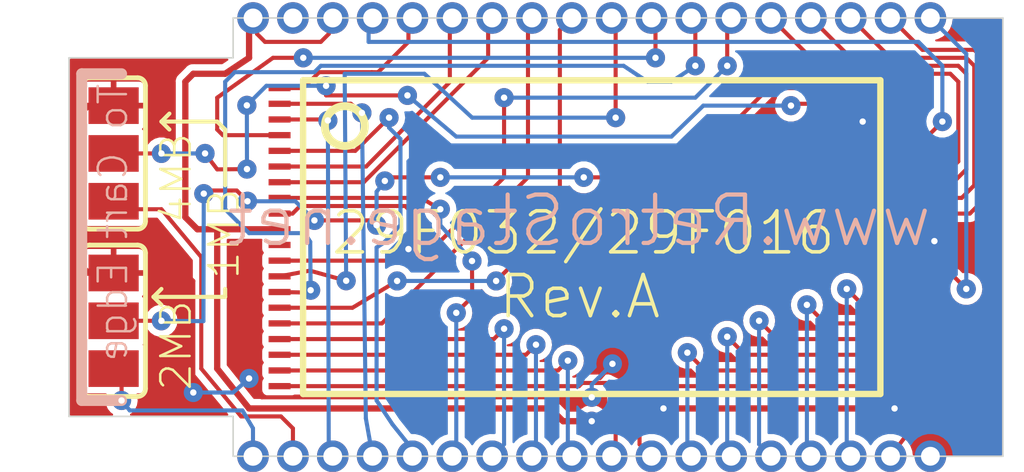
<source format=kicad_pcb>
(kicad_pcb (version 20211014) (generator pcbnew)
  (layers (0 "F.Cu" signal) (31 "B.Cu" signal) (34 "B.Paste" user) (35 "F.Paste" user) (36 "B.SilkS" user "B.Silkscreen") (37 "F.SilkS" user "F.Silkscreen") (38 "B.Mask" user) (39 "F.Mask" user) (44 "Edge.Cuts" user))
  (net 0 "")
  (net 1 "S$1")
  (net 2 "VCC")
  (net 3 "OE")
  (net 4 "A19")
  (net 5 "A14")
  (net 6 "A13")
  (net 7 "A8")
  (net 8 "A9")
  (net 9 "A11")
  (net 10 "A16")
  (net 11 "A10")
  (net 12 "CE")
  (net 13 "D7")
  (net 14 "D6")
  (net 15 "D5")
  (net 16 "D4")
  (net 17 "A18")
  (net 18 "A15")
  (net 19 "A12")
  (net 20 "A7")
  (net 21 "A6")
  (net 22 "A5")
  (net 23 "A4")
  (net 24 "A3")
  (net 25 "A2")
  (net 26 "A1")
  (net 27 "A0")
  (net 28 "D0")
  (net 29 "D1")
  (net 30 "D2")
  (net 31 "D3")
  (net 32 "GND")
  (net 33 "N$37")
  (net 34 "N$38")
  (net 35 "A20")
  (net 36 "A17")
  (net 37 "A21")
  (footprint "40-TSOP" (layer "F.Cu") (at 150.2791 105.0036)
    (fp_text reference "U$1" hide)
    (fp_text value "AM29F032B-E" hide)
    (fp_line (start 9.2 5) (end -9.2 5) (layer "F.SilkS") (width 0.2032))
    (fp_line (start -9.2 -5) (end 9.2 -5) (layer "F.SilkS") (width 0.2032))
    (fp_line (start 9.2 -5) (end 9.2 5) (layer "F.SilkS") (width 0.2032))
    (fp_line (start -9.2 5) (end -9.2 -5) (layer "F.SilkS") (width 0.2032))
    (fp_circle (center -7.87 -3.54) (end -7.235 -3.54) (layer "F.SilkS") (width 0.254) (fill none))
    (pad "1" smd rect (at -9.95 -4.75) (size 0.7 0.2) (layers "F.Cu" "F.Paste" "F.Mask") (net 4 "A19"))
    (pad "2" smd rect (at -9.95 -4.25) (size 0.7 0.2) (layers "F.Cu" "F.Paste" "F.Mask") (net 17 "A18"))
    (pad "3" smd rect (at -9.95 -3.75) (size 0.7 0.2) (layers "F.Cu" "F.Paste" "F.Mask") (net 36 "A17"))
    (pad "4" smd rect (at -9.95 -3.25) (size 0.7 0.2) (layers "F.Cu" "F.Paste" "F.Mask") (net 10 "A16"))
    (pad "5" smd rect (at -9.95 -2.75) (size 0.7 0.2) (layers "F.Cu" "F.Paste" "F.Mask") (net 18 "A15"))
    (pad "6" smd rect (at -9.95 -2.25) (size 0.7 0.2) (layers "F.Cu" "F.Paste" "F.Mask") (net 5 "A14"))
    (pad "7" smd rect (at -9.95 -1.75) (size 0.7 0.2) (layers "F.Cu" "F.Paste" "F.Mask") (net 6 "A13"))
    (pad "8" smd rect (at -9.95 -1.25) (size 0.7 0.2) (layers "F.Cu" "F.Paste" "F.Mask") (net 19 "A12"))
    (pad "9" smd rect (at -9.95 -0.75) (size 0.7 0.2) (layers "F.Cu" "F.Paste" "F.Mask") (net 12 "CE"))
    (pad "10" smd rect (at -9.95 -0.25) (size 0.7 0.2) (layers "F.Cu" "F.Paste" "F.Mask") (net 2 "VCC"))
    (pad "11" smd rect (at -9.95 0.25) (size 0.7 0.2) (layers "F.Cu" "F.Paste" "F.Mask"))
    (pad "12" smd rect (at -9.95 0.75) (size 0.7 0.2) (layers "F.Cu" "F.Paste" "F.Mask") (net 2 "VCC"))
    (pad "13" smd rect (at -9.95 1.25) (size 0.7 0.2) (layers "F.Cu" "F.Paste" "F.Mask") (net 9 "A11"))
    (pad "14" smd rect (at -9.95 1.75) (size 0.7 0.2) (layers "F.Cu" "F.Paste" "F.Mask") (net 11 "A10"))
    (pad "15" smd rect (at -9.95 2.25) (size 0.7 0.2) (layers "F.Cu" "F.Paste" "F.Mask") (net 8 "A9"))
    (pad "16" smd rect (at -9.95 2.75) (size 0.7 0.2) (layers "F.Cu" "F.Paste" "F.Mask") (net 7 "A8"))
    (pad "17" smd rect (at -9.95 3.25 180) (size 0.7 0.2) (layers "F.Cu" "F.Paste" "F.Mask") (net 20 "A7"))
    (pad "18" smd rect (at -9.95 3.75 180) (size 0.7 0.2) (layers "F.Cu" "F.Paste" "F.Mask") (net 21 "A6"))
    (pad "19" smd rect (at -9.95 4.25 180) (size 0.7 0.2) (layers "F.Cu" "F.Paste" "F.Mask") (net 22 "A5"))
    (pad "20" smd rect (at -9.95 4.75 180) (size 0.7 0.2) (layers "F.Cu" "F.Paste" "F.Mask") (net 23 "A4"))
    (pad "21" smd rect (at 9.95 4.75) (size 0.7 0.2) (layers "F.Cu" "F.Paste" "F.Mask") (net 24 "A3"))
    (pad "22" smd rect (at 9.95 4.25) (size 0.7 0.2) (layers "F.Cu" "F.Paste" "F.Mask") (net 25 "A2"))
    (pad "23" smd rect (at 9.95 3.75) (size 0.7 0.2) (layers "F.Cu" "F.Paste" "F.Mask") (net 26 "A1"))
    (pad "24" smd rect (at 9.95 3.25) (size 0.7 0.2) (layers "F.Cu" "F.Paste" "F.Mask") (net 27 "A0"))
    (pad "25" smd rect (at 9.95 2.75) (size 0.7 0.2) (layers "F.Cu" "F.Paste" "F.Mask") (net 28 "D0"))
    (pad "26" smd rect (at 9.95 2.25) (size 0.7 0.2) (layers "F.Cu" "F.Paste" "F.Mask") (net 29 "D1"))
    (pad "27" smd rect (at 9.95 1.75) (size 0.7 0.2) (layers "F.Cu" "F.Paste" "F.Mask") (net 30 "D2"))
    (pad "28" smd rect (at 9.95 1.25) (size 0.7 0.2) (layers "F.Cu" "F.Paste" "F.Mask") (net 31 "D3"))
    (pad "29" smd rect (at 9.95 0.75) (size 0.7 0.2) (layers "F.Cu" "F.Paste" "F.Mask") (net 32 "GND"))
    (pad "30" smd rect (at 9.95 0.25) (size 0.7 0.2) (layers "F.Cu" "F.Paste" "F.Mask") (net 32 "GND"))
    (pad "31" smd rect (at 9.95 -0.25) (size 0.7 0.2) (layers "F.Cu" "F.Paste" "F.Mask") (net 2 "VCC"))
    (pad "32" smd rect (at 9.95 -0.75) (size 0.7 0.2) (layers "F.Cu" "F.Paste" "F.Mask") (net 16 "D4"))
    (pad "33" smd rect (at 9.95 -1.25) (size 0.7 0.2) (layers "F.Cu" "F.Paste" "F.Mask") (net 15 "D5"))
    (pad "34" smd rect (at 9.95 -1.75) (size 0.7 0.2) (layers "F.Cu" "F.Paste" "F.Mask") (net 14 "D6"))
    (pad "35" smd rect (at 9.95 -2.25) (size 0.7 0.2) (layers "F.Cu" "F.Paste" "F.Mask") (net 13 "D7"))
    (pad "36" smd rect (at 9.95 -2.75) (size 0.7 0.2) (layers "F.Cu" "F.Paste" "F.Mask"))
    (pad "37" smd rect (at 9.95 -3.25) (size 0.7 0.2) (layers "F.Cu" "F.Paste" "F.Mask") (net 3 "OE"))
    (pad "38" smd rect (at 9.95 -3.75) (size 0.7 0.2) (layers "F.Cu" "F.Paste" "F.Mask") (net 2 "VCC"))
    (pad "39" smd rect (at 9.95 -4.25) (size 0.7 0.2) (layers "F.Cu" "F.Paste" "F.Mask") (net 33 "N$37"))
    (pad "40" smd rect (at 9.95 -4.75) (size 0.7 0.2) (layers "F.Cu" "F.Paste" "F.Mask") (net 34 "N$38"))
  )
  (footprint "SJ_2" (layer "F.Cu") (at 135.0391 102.3366 90)
    (fp_text reference "UNK21" hide)
    (fp_text value "")
    (fp_line (start -2.413 0.762) (end -2.413 -0.762) (layer "F.SilkS") (width 0.1524))
    (fp_line (start 2.159 1.016) (end -2.159 1.016) (layer "F.SilkS") (width 0.1524))
    (fp_line (start -2.159 -1.016) (end 2.159 -1.016) (layer "F.SilkS") (width 0.1524))
    (fp_line (start 2.413 0.762) (end 2.413 -0.762) (layer "F.SilkS") (width 0.1524))
    (fp_arc (start 2.159 -1.016) (mid 2.338605 -0.941605) (end 2.413 -0.762) (layer "F.SilkS") (width 0.1524))
    (fp_arc (start 2.413 0.762) (mid 2.338605 0.941605) (end 2.159 1.016) (layer "F.SilkS") (width 0.1524))
    (fp_arc (start -2.413 -0.762) (mid -2.338605 -0.941605) (end -2.159 -1.016) (layer "F.SilkS") (width 0.1524))
    (fp_arc (start -2.159 1.016) (mid -2.338605 0.941605) (end -2.413 0.762) (layer "F.SilkS") (width 0.1524))
    (pad "1" smd rect (at -1.524 0 90) (size 1.1684 1.6002) (layers "F.Cu" "F.Paste" "F.Mask") (net 37 "A21"))
    (pad "2" smd rect (at 0 0 90) (size 1.1684 1.6002) (layers "F.Cu" "F.Paste" "F.Mask") (net 33 "N$37"))
    (pad "3" smd rect (at 1.524 0 90) (size 1.1684 1.6002) (layers "F.Cu" "F.Paste" "F.Mask") (net 32 "GND"))
  )
  (footprint "SJ_2" (layer "F.Cu") (at 135.0391 107.6706 90)
    (fp_text reference "UNK20" hide)
    (fp_text value "")
    (fp_line (start -2.159 -1.016) (end 2.159 -1.016) (layer "F.SilkS") (width 0.1524))
    (fp_line (start -2.413 0.762) (end -2.413 -0.762) (layer "F.SilkS") (width 0.1524))
    (fp_line (start 2.413 0.762) (end 2.413 -0.762) (layer "F.SilkS") (width 0.1524))
    (fp_line (start 2.159 1.016) (end -2.159 1.016) (layer "F.SilkS") (width 0.1524))
    (fp_arc (start 2.159 -1.016) (mid 2.338605 -0.941605) (end 2.413 -0.762) (layer "F.SilkS") (width 0.1524))
    (fp_arc (start -2.413 -0.762) (mid -2.338605 -0.941605) (end -2.159 -1.016) (layer "F.SilkS") (width 0.1524))
    (fp_arc (start 2.413 0.762) (mid 2.338605 0.941605) (end 2.159 1.016) (layer "F.SilkS") (width 0.1524))
    (fp_arc (start -2.159 1.016) (mid -2.338605 0.941605) (end -2.413 0.762) (layer "F.SilkS") (width 0.1524))
    (pad "1" smd rect (at -1.524 0 90) (size 1.1684 1.6002) (layers "F.Cu" "F.Paste" "F.Mask") (net 35 "A20"))
    (pad "2" smd rect (at 0 0 90) (size 1.1684 1.6002) (layers "F.Cu" "F.Paste" "F.Mask") (net 34 "N$38"))
    (pad "3" smd rect (at 1.524 0 90) (size 1.1684 1.6002) (layers "F.Cu" "F.Paste" "F.Mask") (net 32 "GND"))
  )
  (gr_line (start 134.0231 99.7966) (end 135.2931 99.7966) (layer "B.SilkS") (width 0.35))
  (gr_line (start 134.0231 110.2106) (end 135.2931 110.2106) (layer "B.SilkS") (width 0.35))
  (gr_line (start 134.0231 99.7966) (end 134.0231 110.2106) (layer "B.SilkS") (width 0.35))
  (gr_line (start 138.5951 103.3526) (end 138.5951 101.5746) (layer "F.SilkS") (width 0.13))
  (gr_line (start 138.3411 101.3206) (end 136.5631 101.3206) (layer "F.SilkS") (width 0.13))
  (gr_line (start 136.5631 101.3206) (end 136.8171 101.5746) (layer "F.SilkS") (width 0.13))
  (gr_line (start 136.3091 106.9086) (end 136.5631 106.6546) (layer "F.SilkS") (width 0.13))
  (gr_line (start 138.5951 101.5746) (end 138.3411 101.3206) (layer "F.SilkS") (width 0.13))
  (gr_line (start 136.5631 101.3206) (end 136.8171 101.0666) (layer "F.SilkS") (width 0.13))
  (gr_line (start 138.5951 106.9086) (end 136.3091 106.9086) (layer "F.SilkS") (width 0.13))
  (gr_line (start 138.5951 106.6546) (end 138.5951 106.9086) (layer "F.SilkS") (width 0.13))
  (gr_line (start 136.3091 106.9086) (end 136.5631 107.1626) (layer "F.SilkS") (width 0.13))
  (gr_line (start 138.8491 110.7186) (end 133.6167 110.7186) (layer "Edge.Cuts") (width 0.05))
  (gr_line (start 163.3855 98.0186) (end 163.3855 111.9886) (layer "Edge.Cuts") (width 0.05))
  (gr_line (start 133.6167 99.2886) (end 138.8491 99.2886) (layer "Edge.Cuts") (width 0.05))
  (gr_line (start 138.8491 98.0186) (end 163.3855 98.0186) (layer "Edge.Cuts") (width 0.05))
  (gr_line (start 138.8491 99.2886) (end 138.8491 98.0186) (layer "Edge.Cuts") (width 0.05))
  (gr_line (start 138.8491 111.9886) (end 163.3855 111.9886) (layer "Edge.Cuts") (width 0.05))
  (gr_line (start 138.8491 111.9886) (end 138.8491 110.7186) (layer "Edge.Cuts") (width 0.05))
  (gr_line (start 133.6167 99.2886) (end 133.6167 110.7186) (layer "Edge.Cuts") (width 0.05))
  (gr_text "To Cart Edge" (at 135.5471 100.0506 -270) (layer "B.SilkS") (effects (font (size 0.9016 0.9016) (thickness 0.0784)) (justify left bottom mirror)))
  (gr_text "www.RetroStage.net" (at 161.2011 105.3846) (layer "B.SilkS") (effects (font (size 1.542288 1.542288) (thickness 0.134112)) (justify left bottom mirror)))
  (gr_text "4MB" (at 137.5791 104.6226 90) (layer "F.SilkS") (effects (font (size 0.93472 0.93472) (thickness 0.08128)) (justify left bottom)))
  (gr_text "2MB" (at 137.5791 109.9566 90) (layer "F.SilkS") (effects (font (size 0.93472 0.93472) (thickness 0.08128)) (justify left bottom)))
  (gr_text "1MB" (at 139.1031 106.4006 90) (layer "F.SilkS") (effects (font (size 0.93472 0.93472) (thickness 0.08128)) (justify left bottom)))
  (gr_text "Rev.A" (at 147.2311 107.6706) (layer "F.SilkS") (effects (font (size 1.308608 1.308608) (thickness 0.113792)) (justify left bottom)))
  (gr_text "29F032/29F016" (at 141.8971 105.6386) (layer "F.SilkS") (effects (font (size 1.308608 1.308608) (thickness 0.113792)) (justify left bottom)))
  (via (at 140.7541 98.0186) (size 1.0064) (drill 0.6) (layers "F.Cu" "B.Cu") (net 1))
  (segment (start 158.9151 101.3206) (end 160.1621 101.3206) (width 0.13) (layer "F.Cu") (net 2))
  (segment (start 141.8971 98.5266) (end 141.8971 98.1456) (width 0.13) (layer "F.Cu") (net 2))
  (segment (start 139.4841 98.1456) (end 139.6111 98.2726) (width 0.2) (layer "F.Cu") (net 2))
  (segment (start 139.3571 98.1456) (end 139.4841 98.0186) (width 0.13) (layer "F.Cu") (net 2))
  (segment (start 139.3571 110.4646) (end 148.9583 110.4646) (width 0.2) (layer "F.Cu") (net 2))
  (segment (start 137.7101 104.7536) (end 137.3251 104.3686) (width 0.2) (layer "F.Cu") (net 2))
  (segment (start 138.3411 104.7536) (end 137.7101 104.7536) (width 0.2) (layer "F.Cu") (net 2))
  (segment (start 137.5791 99.7966) (end 138.5951 99.7966) (width 0.2) (layer "F.Cu") (net 2))
  (segment (start 144.0681 105.7536) (end 144.4371 105.3846) (width 0.13) (layer "F.Cu") (net 2))
  (segment (start 137.3251 100.0506) (end 137.5791 99.7966) (width 0.2) (layer "F.Cu") (net 2))
  (segment (start 139.3571 99.2886) (end 139.3571 98.1456) (width 0.2) (layer "F.Cu") (net 2))
  (segment (start 139.8651 98.7806) (end 141.6431 98.7806) (width 0.13) (layer "F.Cu") (net 2))
  (segment (start 160.1621 101.3206) (end 160.2291 101.2536) (width 0.13) (layer "F.Cu") (net 2))
  (segment (start 149.3647 110.871) (end 150.2791 110.871) (width 0.2) (layer "F.Cu") (net 2))
  (segment (start 160.5701 104.7536) (end 161.2011 105.1306) (width 0.13) (layer "F.Cu") (net 2))
  (segment (start 140.3291 104.7536) (end 138.3411 104.7536) (width 0.2) (layer "F.Cu") (net 2))
  (segment (start 159.9311 110.4646) (end 152.5651 110.4646) (width 0.2) (layer "F.Cu") (net 2))
  (segment (start 141.8971 98.1456) (end 142.0241 98.0186) (width 0.13) (layer "F.Cu") (net 2))
  (segment (start 139.3571 110.4646) (end 138.3411 109.1946) (width 0.2) (layer "F.Cu") (net 2))
  (segment (start 137.3251 104.3686) (end 137.3251 100.0506) (width 0.2) (layer "F.Cu") (net 2))
  (segment (start 160.2291 104.7536) (end 160.5701 104.7536) (width 0.13) (layer "F.Cu") (net 2))
  (segment (start 139.4841 98.0186) (end 139.4841 98.1456) (width 0.13) (layer "F.Cu") (net 2))
  (segment (start 138.5951 99.7966) (end 139.3571 99.2886) (width 0.2) (layer "F.Cu") (net 2))
  (segment (start 139.6111 98.2726) (end 139.6111 98.5266) (width 0.13) (layer "F.Cu") (net 2))
  (segment (start 139.6111 98.5266) (end 139.8651 98.7806) (width 0.13) (layer "F.Cu") (net 2))
  (segment (start 140.3291 105.7536) (end 144.0681 105.7536) (width 0.13) (layer "F.Cu") (net 2))
  (segment (start 141.6431 98.7806) (end 141.8971 98.5266) (width 0.13) (layer "F.Cu") (net 2))
  (segment (start 148.9583 110.4646) (end 149.3647 110.871) (width 0.2) (layer "F.Cu") (net 2))
  (segment (start 138.3411 109.1946) (end 138.3411 104.7536) (width 0.2) (layer "F.Cu") (net 2))
  (via (at 158.9151 101.3206) (size 0.6096) (drill 0.2032) (layers "F.Cu" "B.Cu") (net 2))
  (via (at 152.5651 110.4646) (size 0.6096) (drill 0.2032) (layers "F.Cu" "B.Cu") (net 2))
  (via (at 139.4841 98.0186) (size 1.0064) (drill 0.6) (layers "F.Cu" "B.Cu") (net 2))
  (via (at 150.2791 110.871) (size 0.6096) (drill 0.2032) (layers "F.Cu" "B.Cu") (net 2))
  (via (at 161.2011 105.1306) (size 0.6096) (drill 0.2032) (layers "F.Cu" "B.Cu") (net 2))
  (via (at 159.9311 110.4646) (size 0.6096) (drill 0.2032) (layers "F.Cu" "B.Cu") (net 2))
  (via (at 142.0241 98.0186) (size 1.0064) (drill 0.6) (layers "F.Cu" "B.Cu") (net 2))
  (via (at 144.4371 105.3846) (size 0.6096) (drill 0.2032) (layers "F.Cu" "B.Cu") (net 2))
  (segment (start 152.1587 110.871) (end 152.5651 110.4646) (width 0.13) (layer "B.Cu") (net 2))
  (segment (start 161.2011 105.1306) (end 161.2011 109.7026) (width 0.13) (layer "B.Cu") (net 2))
  (segment (start 144.4371 102.5906) (end 144.9451 102.0826) (width 0.13) (layer "B.Cu") (net 2))
  (segment (start 161.2011 109.7026) (end 159.9311 110.4646) (width 0.13) (layer "B.Cu") (net 2))
  (segment (start 144.4371 105.3846) (end 144.4371 102.5906) (width 0.13) (layer "B.Cu") (net 2))
  (segment (start 144.9451 102.0826) (end 158.1531 102.0826) (width 0.13) (layer "B.Cu") (net 2))
  (segment (start 158.1531 102.0826) (end 158.9151 101.3206) (width 0.13) (layer "B.Cu") (net 2))
  (segment (start 150.2791 110.871) (end 152.1587 110.871) (width 0.13) (layer "B.Cu") (net 2))
  (segment (start 160.2291 101.7536) (end 161.0221 101.7536) (width 0.13) (layer "F.Cu") (net 3))
  (segment (start 161.0221 101.7536) (end 161.4551 101.3206) (width 0.13) (layer "F.Cu") (net 3))
  (via (at 161.4551 101.3206) (size 0.6096) (drill 0.2032) (layers "F.Cu" "B.Cu") (net 3))
  (via (at 143.2941 98.0186) (size 1.0064) (drill 0.6) (layers "F.Cu" "B.Cu") (net 3))
  (segment (start 143.1671 98.7806) (end 143.1671 98.1456) (width 0.13) (layer "B.Cu") (net 3))
  (segment (start 143.1671 98.1456) (end 143.2941 98.0186) (width 0.13) (layer "B.Cu") (net 3))
  (segment (start 161.4551 99.5426) (end 160.6931 98.7806) (width 0.13) (layer "B.Cu") (net 3))
  (segment (start 161.4551 101.3206) (end 161.4551 99.5426) (width 0.13) (layer "B.Cu") (net 3))
  (segment (start 160.6931 98.7806) (end 143.1671 98.7806) (width 0.13) (layer "B.Cu") (net 3))
  (segment (start 143.2687 99.7458) (end 141.5923 99.7458) (width 0.13) (layer "F.Cu") (net 4))
  (segment (start 144.4371 98.1456) (end 144.5641 98.0186) (width 0.13) (layer "F.Cu") (net 4))
  (segment (start 140.3291 100.2536) (end 141.0845 100.2536) (width 0.13) (layer "F.Cu") (net 4))
  (segment (start 143.5737 99.644) (end 143.466546 99.747097) (width 0.13) (layer "F.Cu") (net 4))
  (segment (start 143.5737 99.644) (end 144.4371 98.7806) (width 0.13) (layer "F.Cu") (net 4))
  (segment (start 141.5923 99.7458) (end 141.0845 100.2536) (width 0.13) (layer "F.Cu") (net 4))
  (segment (start 144.4371 98.7806) (end 144.4371 98.1456) (width 0.13) (layer "F.Cu") (net 4))
  (segment (start 143.466546 99.747097) (end 143.2687 99.7458) (width 0.13) (layer "F.Cu") (net 4))
  (via (at 144.5641 98.0186) (size 1.0064) (drill 0.6) (layers "F.Cu" "B.Cu") (net 4))
  (segment (start 145.756462 100.057654) (end 145.755856 98.133394) (width 0.13) (layer "F.Cu") (net 5))
  (segment (start 145.755856 98.133394) (end 145.8341 98.0186) (width 0.13) (layer "F.Cu") (net 5))
  (segment (start 143.088721 102.7536) (end 145.756462 100.057654) (width 0.13) (layer "F.Cu") (net 5))
  (segment (start 140.3291 102.7536) (end 143.088721 102.7536) (width 0.13) (layer "F.Cu") (net 5))
  (via (at 145.8341 98.0186) (size 1.0064) (drill 0.6) (layers "F.Cu" "B.Cu") (net 5))
  (segment (start 146.9771 98.1456) (end 147.1041 98.0186) (width 0.13) (layer "F.Cu") (net 6))
  (segment (start 143.0121 103.2536) (end 146.9771 99.2886) (width 0.13) (layer "F.Cu") (net 6))
  (segment (start 140.3291 103.2536) (end 143.0121 103.2536) (width 0.13) (layer "F.Cu") (net 6))
  (segment (start 146.9771 99.2886) (end 146.9771 98.1456) (width 0.13) (layer "F.Cu") (net 6))
  (via (at 147.1041 98.0186) (size 1.0064) (drill 0.6) (layers "F.Cu" "B.Cu") (net 6))
  (segment (start 148.2471 98.1456) (end 148.3741 98.0186) (width 0.13) (layer "F.Cu") (net 7))
  (segment (start 140.3291 107.7536) (end 143.5921 107.7536) (width 0.13) (layer "F.Cu") (net 7))
  (segment (start 143.5921 107.7536) (end 148.2471 103.0986) (width 0.13) (layer "F.Cu") (net 7))
  (segment (start 148.2471 103.0986) (end 148.2471 98.1456) (width 0.13) (layer "F.Cu") (net 7))
  (via (at 148.3741 98.0186) (size 1.0064) (drill 0.6) (layers "F.Cu" "B.Cu") (net 7))
  (segment (start 140.3291 107.2536) (end 142.650815 107.255719) (width 0.13) (layer "F.Cu") (net 8))
  (segment (start 149.2631 104.3686) (end 149.2631 98.3996) (width 0.13) (layer "F.Cu") (net 8))
  (segment (start 142.650815 107.255719) (end 144.075371 106.4006) (width 0.13) (layer "F.Cu") (net 8))
  (segment (start 147.2311 106.4006) (end 149.2631 104.3686) (width 0.13) (layer "F.Cu") (net 8))
  (segment (start 149.2631 98.3996) (end 149.6441 98.0186) (width 0.13) (layer "F.Cu") (net 8))
  (via (at 144.075371 106.4006) (size 0.6096) (drill 0.2032) (layers "F.Cu" "B.Cu") (net 8))
  (via (at 147.2311 106.4006) (size 0.6096) (drill 0.2032) (layers "F.Cu" "B.Cu") (net 8))
  (via (at 149.6441 98.0186) (size 1.0064) (drill 0.6) (layers "F.Cu" "B.Cu") (net 8))
  (segment (start 144.075371 106.4006) (end 147.2311 106.4006) (width 0.13) (layer "B.Cu") (net 8))
  (segment (start 151.0411 98.1456) (end 150.9141 98.0186) (width 0.13) (layer "F.Cu") (net 9))
  (segment (start 151.0411 101.196394) (end 151.0411 98.1456) (width 0.13) (layer "F.Cu") (net 9))
  (segment (start 141.294075 106.071254) (end 142.451909 106.394722) (width 0.13) (layer "F.Cu") (net 9))
  (segment (start 140.3291 106.2536) (end 141.294075 106.071254) (width 0.13) (layer "F.Cu") (net 9))
  (via (at 151.0411 101.196394) (size 0.6096) (drill 0.2032) (layers "F.Cu" "B.Cu") (net 9))
  (via (at 142.451909 106.394722) (size 0.6096) (drill 0.2032) (layers "F.Cu" "B.Cu") (net 9))
  (via (at 150.9141 98.0186) (size 1.0064) (drill 0.6) (layers "F.Cu" "B.Cu") (net 9))
  (segment (start 142.4051 99.7966) (end 144.9451 99.7966) (width 0.13) (layer "B.Cu") (net 9))
  (segment (start 146.4691 101.196391) (end 151.0411 101.196394) (width 0.13) (layer "B.Cu") (net 9))
  (segment (start 142.451909 106.394722) (end 142.4051 99.7966) (width 0.13) (layer "B.Cu") (net 9))
  (segment (start 144.9451 99.7966) (end 146.4691 101.196391) (width 0.13) (layer "B.Cu") (net 9))
  (segment (start 138.5201 101.7536) (end 138.3411 101.5746) (width 0.13) (layer "F.Cu") (net 10))
  (segment (start 138.3411 101.5746) (end 138.3411 100.5586) (width 0.13) (layer "F.Cu") (net 10))
  (segment (start 140.1191 99.2886) (end 141.0843 99.2886) (width 0.13) (layer "F.Cu") (net 10))
  (segment (start 138.3411 100.5586) (end 140.1191 99.2886) (width 0.13) (layer "F.Cu") (net 10))
  (segment (start 152.3111 98.1456) (end 152.1841 98.0186) (width 0.13) (layer "F.Cu") (net 10))
  (segment (start 140.3291 101.7536) (end 138.5201 101.7536) (width 0.13) (layer "F.Cu") (net 10))
  (segment (start 152.3111 99.2886) (end 152.3111 98.1456) (width 0.13) (layer "F.Cu") (net 10))
  (via (at 141.0843 99.2886) (size 0.6096) (drill 0.2032) (layers "F.Cu" "B.Cu") (net 10))
  (via (at 152.3111 99.2886) (size 0.6096) (drill 0.2032) (layers "F.Cu" "B.Cu") (net 10))
  (via (at 152.1841 98.0186) (size 1.0064) (drill 0.6) (layers "F.Cu" "B.Cu") (net 10))
  (segment (start 141.0843 99.2886) (end 152.3111 99.2886) (width 0.13) (layer "B.Cu") (net 10))
  (segment (start 140.3291 106.7536) (end 141.170412 106.769525) (width 0.13) (layer "F.Cu") (net 11))
  (segment (start 153.5811 98.1456) (end 153.4541 98.0186) (width 0.13) (layer "F.Cu") (net 11))
  (segment (start 153.5811 99.5426) (end 153.5811 98.1456) (width 0.13) (layer "F.Cu") (net 11))
  (segment (start 141.170412 106.769525) (end 141.319884 106.695644) (width 0.13) (layer "F.Cu") (net 11))
  (via (at 153.4541 98.0186) (size 1.0064) (drill 0.6) (layers "F.Cu" "B.Cu") (net 11))
  (via (at 153.5811 99.5426) (size 0.6096) (drill 0.2032) (layers "F.Cu" "B.Cu") (net 11))
  (via (at 141.319884 106.695644) (size 0.6096) (drill 0.2032) (layers "F.Cu" "B.Cu") (net 11))
  (segment (start 139.3571 104.8766) (end 138.5951 104.1146) (width 0.13) (layer "B.Cu") (net 11))
  (segment (start 138.8999 99.7458) (end 138.5951 100.0506) (width 0.13) (layer "B.Cu") (net 11))
  (segment (start 141.6431 99.5426) (end 151.2951 99.5426) (width 0.13) (layer "B.Cu") (net 11))
  (segment (start 152.8191 100.0506) (end 153.5811 99.5426) (width 0.13) (layer "B.Cu") (net 11))
  (segment (start 151.2951 99.5426) (end 152.0571 100.0506) (width 0.13) (layer "B.Cu") (net 11))
  (segment (start 141.4399 99.7458) (end 138.8999 99.7458) (width 0.13) (layer "B.Cu") (net 11))
  (segment (start 152.0571 100.0506) (end 152.8191 100.0506) (width 0.13) (layer "B.Cu") (net 11))
  (segment (start 141.306175 105.152716) (end 141.1351 104.8766) (width 0.13) (layer "B.Cu") (net 11))
  (segment (start 141.1351 104.8766) (end 139.3571 104.8766) (width 0.13) (layer "B.Cu") (net 11))
  (segment (start 141.319884 106.695644) (end 141.306175 105.152716) (width 0.13) (layer "B.Cu") (net 11))
  (segment (start 141.6431 99.5426) (end 141.4399 99.7458) (width 0.13) (layer "B.Cu") (net 11))
  (segment (start 138.5951 104.1146) (end 138.5951 100.0506) (width 0.13) (layer "B.Cu") (net 11))
  (segment (start 154.5971 99.5426) (end 154.5971 98.1456) (width 0.13) (layer "F.Cu") (net 12))
  (segment (start 140.9827 104.013) (end 144.3355 104.013) (width 0.13) (layer "F.Cu") (net 12))
  (segment (start 145.4531 105.1306) (end 147.4851 103.0986) (width 0.13) (layer "F.Cu") (net 12))
  (segment (start 140.3291 104.2536) (end 140.7421 104.2536) (width 0.13) (layer "F.Cu") (net 12))
  (segment (start 154.5971 98.1456) (end 154.7241 98.0186) (width 0.13) (layer "F.Cu") (net 12))
  (segment (start 140.7421 104.2536) (end 140.9827 104.013) (width 0.13) (layer "F.Cu") (net 12))
  (segment (start 144.3355 104.013) (end 145.4531 105.1306) (width 0.13) (layer "F.Cu") (net 12))
  (segment (start 147.4851 103.0986) (end 147.4851 100.5586) (width 0.13) (layer "F.Cu") (net 12))
  (via (at 154.7241 98.0186) (size 1.0064) (drill 0.6) (layers "F.Cu" "B.Cu") (net 12))
  (via (at 154.5971 99.5426) (size 0.6096) (drill 0.2032) (layers "F.Cu" "B.Cu") (net 12))
  (via (at 147.4851 100.5586) (size 0.6096) (drill 0.2032) (layers "F.Cu" "B.Cu") (net 12))
  (segment (start 153.5811 100.5586) (end 154.5971 99.5426) (width 0.13) (layer "B.Cu") (net 12))
  (segment (start 147.4851 100.5586) (end 153.5811 100.5586) (width 0.13) (layer "B.Cu") (net 12))
  (segment (start 160.2291 102.7536) (end 161.8001 102.7536) (width 0.13) (layer "F.Cu") (net 13))
  (segment (start 161.9631 100.0506) (end 161.7091 99.7966) (width 0.13) (layer "F.Cu") (net 13))
  (segment (start 161.7091 99.7966) (end 157.7721 99.7966) (width 0.13) (layer "F.Cu") (net 13))
  (segment (start 157.7721 99.7966) (end 155.9941 98.0186) (width 0.13) (layer "F.Cu") (net 13))
  (segment (start 161.8001 102.7536) (end 161.9631 102.5906) (width 0.13) (layer "F.Cu") (net 13))
  (segment (start 161.9631 102.5906) (end 161.9631 100.0506) (width 0.13) (layer "F.Cu") (net 13))
  (via (at 155.9941 98.0186) (size 1.0064) (drill 0.6) (layers "F.Cu" "B.Cu") (net 13))
  (segment (start 161.8081 103.2536) (end 162.2171 102.8446) (width 0.13) (layer "F.Cu") (net 14))
  (segment (start 162.2171 99.7966) (end 161.9631 99.5426) (width 0.13) (layer "F.Cu") (net 14))
  (segment (start 160.2291 103.2536) (end 161.8081 103.2536) (width 0.13) (layer "F.Cu") (net 14))
  (segment (start 162.2171 102.8446) (end 162.2171 99.7966) (width 0.13) (layer "F.Cu") (net 14))
  (segment (start 161.9631 99.5426) (end 158.7881 99.5426) (width 0.13) (layer "F.Cu") (net 14))
  (segment (start 158.7881 99.5426) (end 157.2641 98.0186) (width 0.13) (layer "F.Cu") (net 14))
  (via (at 157.2641 98.0186) (size 1.0064) (drill 0.6) (layers "F.Cu" "B.Cu") (net 14))
  (segment (start 160.2291 103.7536) (end 162.0701 103.7536) (width 0.13) (layer "F.Cu") (net 15))
  (segment (start 162.0701 103.7536) (end 162.4711 103.3526) (width 0.13) (layer "F.Cu") (net 15))
  (segment (start 159.8041 99.2886) (end 158.5341 98.0186) (width 0.13) (layer "F.Cu") (net 15))
  (segment (start 162.4711 103.3526) (end 162.4711 99.5426) (width 0.13) (layer "F.Cu") (net 15))
  (segment (start 162.4711 99.5426) (end 162.2171 99.2886) (width 0.13) (layer "F.Cu") (net 15))
  (segment (start 162.2171 99.2886) (end 159.8041 99.2886) (width 0.13) (layer "F.Cu") (net 15))
  (via (at 158.5341 98.0186) (size 1.0064) (drill 0.6) (layers "F.Cu" "B.Cu") (net 15))
  (segment (start 160.8201 99.0346) (end 159.8041 98.0186) (width 0.13) (layer "F.Cu") (net 16))
  (segment (start 162.7251 103.8606) (end 162.7251 99.2886) (width 0.13) (layer "F.Cu") (net 16))
  (segment (start 162.4711 99.0346) (end 160.8201 99.0346) (width 0.13) (layer "F.Cu") (net 16))
  (segment (start 162.3321 104.2536) (end 162.7251 103.8606) (width 0.13) (layer "F.Cu") (net 16))
  (segment (start 162.7251 99.2886) (end 162.4711 99.0346) (width 0.13) (layer "F.Cu") (net 16))
  (segment (start 160.2291 104.2536) (end 162.3321 104.2536) (width 0.13) (layer "F.Cu") (net 16))
  (via (at 159.8041 98.0186) (size 1.0064) (drill 0.6) (layers "F.Cu" "B.Cu") (net 16))
  (segment (start 142.6001 100.7536) (end 142.954234 101.043088) (width 0.13) (layer "F.Cu") (net 17))
  (segment (start 140.3291 100.7536) (end 142.6001 100.7536) (width 0.13) (layer "F.Cu") (net 17))
  (via (at 142.954234 101.043088) (size 0.6096) (drill 0.2032) (layers "F.Cu" "B.Cu") (net 17))
  (via (at 143.2941 111.9886) (size 1.0064) (drill 0.6) (layers "F.Cu" "B.Cu") (net 17))
  (segment (start 142.954234 101.043088) (end 143.079287 110.7811) (width 0.13) (layer "B.Cu") (net 17))
  (segment (start 143.079287 110.7811) (end 143.2941 111.9886) (width 0.13) (layer "B.Cu") (net 17))
  (segment (start 140.3291 102.2536) (end 142.7421 102.2536) (width 0.13) (layer "F.Cu") (net 18))
  (segment (start 142.7421 102.2536) (end 143.818856 101.195213) (width 0.13) (layer "F.Cu") (net 18))
  (via (at 143.818856 101.195213) (size 0.6096) (drill 0.2032) (layers "F.Cu" "B.Cu") (net 18))
  (via (at 144.5641 111.9886) (size 1.0064) (drill 0.6) (layers "F.Cu" "B.Cu") (net 18))
  (segment (start 144.4371 111.6076) (end 144.5641 111.9886) (width 0.13) (layer "B.Cu") (net 18))
  (segment (start 143.4211 110.2106) (end 143.9291 110.9726) (width 0.13) (layer "B.Cu") (net 18))
  (segment (start 143.640668 105.191175) (end 143.4211 105.3338) (width 0.13) (layer "B.Cu") (net 18))
  (segment (start 143.4211 105.3338) (end 143.4211 110.2106) (width 0.13) (layer "B.Cu") (net 18))
  (segment (start 143.818856 101.195213) (end 143.818856 101.515157) (width 0.13) (layer "B.Cu") (net 18))
  (segment (start 143.9291 110.9726) (end 144.4371 111.6076) (width 0.13) (layer "B.Cu") (net 18))
  (segment (start 144.1831 104.6226) (end 144.1831 101.8794) (width 0.13) (layer "B.Cu") (net 18))
  (segment (start 144.0307 104.775) (end 144.1831 104.6226) (width 0.13) (layer "B.Cu") (net 18))
  (segment (start 143.818856 101.515157) (end 144.1831 101.8794) (width 0.13) (layer "B.Cu") (net 18))
  (segment (start 143.8783 104.953544) (end 144.0307 104.775) (width 0.13) (layer "B.Cu") (net 18))
  (segment (start 143.8783 104.953544) (end 143.640668 105.191175) (width 0.13) (layer "B.Cu") (net 18))
  (segment (start 144.8381 103.7536) (end 145.4531 104.1146) (width 0.13) (layer "F.Cu") (net 19))
  (segment (start 146.4691 106.9086) (end 145.9611 107.4166) (width 0.13) (layer "F.Cu") (net 19))
  (segment (start 146.462468 105.76465) (end 146.4691 106.9086) (width 0.13) (layer "F.Cu") (net 19))
  (segment (start 140.3291 103.7536) (end 144.8381 103.7536) (width 0.13) (layer "F.Cu") (net 19))
  (via (at 145.4531 104.1146) (size 0.6096) (drill 0.2032) (layers "F.Cu" "B.Cu") (net 19))
  (via (at 146.462468 105.76465) (size 0.6096) (drill 0.2032) (layers "F.Cu" "B.Cu") (net 19))
  (via (at 145.8341 111.9886) (size 1.0064) (drill 0.6) (layers "F.Cu" "B.Cu") (net 19))
  (via (at 145.9611 107.4166) (size 0.6096) (drill 0.2032) (layers "F.Cu" "B.Cu") (net 19))
  (segment (start 145.9611 111.8616) (end 145.8341 111.9886) (width 0.13) (layer "B.Cu") (net 19))
  (segment (start 145.4531 104.1146) (end 145.4531 104.6226) (width 0.13) (layer "B.Cu") (net 19))
  (segment (start 145.9611 107.4166) (end 145.9611 111.8616) (width 0.13) (layer "B.Cu") (net 19))
  (segment (start 145.4531 104.6226) (end 146.462468 105.76465) (width 0.13) (layer "B.Cu") (net 19))
  (segment (start 147.1561 108.2536) (end 147.4851 107.9246) (width 0.13) (layer "F.Cu") (net 20))
  (segment (start 140.3291 108.2536) (end 147.1561 108.2536) (width 0.13) (layer "F.Cu") (net 20))
  (via (at 147.1041 111.9886) (size 1.0064) (drill 0.6) (layers "F.Cu" "B.Cu") (net 20))
  (via (at 147.4851 107.9246) (size 0.6096) (drill 0.2032) (layers "F.Cu" "B.Cu") (net 20))
  (segment (start 147.4851 111.6076) (end 147.1041 111.9886) (width 0.13) (layer "B.Cu") (net 20))
  (segment (start 147.4851 107.9246) (end 147.4851 111.6076) (width 0.13) (layer "B.Cu") (net 20))
  (segment (start 148.1801 108.7536) (end 148.5011 108.4326) (width 0.13) (layer "F.Cu") (net 21))
  (segment (start 140.3291 108.7536) (end 148.1801 108.7536) (width 0.13) (layer "F.Cu") (net 21))
  (via (at 148.5011 108.4326) (size 0.6096) (drill 0.2032) (layers "F.Cu" "B.Cu") (net 21))
  (via (at 148.3741 111.9886) (size 1.0064) (drill 0.6) (layers "F.Cu" "B.Cu") (net 21))
  (segment (start 148.5011 108.4326) (end 148.5011 111.8616) (width 0.13) (layer "B.Cu") (net 21))
  (segment (start 148.5011 111.8616) (end 148.3741 111.9886) (width 0.13) (layer "B.Cu") (net 21))
  (segment (start 149.2041 109.2536) (end 149.5171 108.9406) (width 0.13) (layer "F.Cu") (net 22))
  (segment (start 140.3291 109.2536) (end 149.2041 109.2536) (width 0.13) (layer "F.Cu") (net 22))
  (via (at 149.5171 108.9406) (size 0.6096) (drill 0.2032) (layers "F.Cu" "B.Cu") (net 22))
  (via (at 149.6441 111.9886) (size 1.0064) (drill 0.6) (layers "F.Cu" "B.Cu") (net 22))
  (segment (start 149.5171 108.9406) (end 149.5171 111.8616) (width 0.13) (layer "B.Cu") (net 22))
  (segment (start 149.5171 111.8616) (end 149.6441 111.9886) (width 0.13) (layer "B.Cu") (net 22))
  (segment (start 150.9905 109.7536) (end 151.0411 109.9058) (width 0.13) (layer "F.Cu") (net 23))
  (segment (start 151.0411 111.8616) (end 150.9141 111.9886) (width 0.13) (layer "F.Cu") (net 23))
  (segment (start 149.8725 109.7536) (end 149.9743 109.6518) (width 0.13) (layer "F.Cu") (net 23))
  (segment (start 150.7875 109.6518) (end 150.9905 109.7536) (width 0.13) (layer "F.Cu") (net 23))
  (segment (start 151.0411 109.9058) (end 151.0411 111.8616) (width 0.13) (layer "F.Cu") (net 23))
  (segment (start 140.3291 109.7536) (end 149.8725 109.7536) (width 0.13) (layer "F.Cu") (net 23))
  (segment (start 149.9743 109.6518) (end 150.7875 109.6518) (width 0.13) (layer "F.Cu") (net 23))
  (via (at 150.9141 111.9886) (size 1.0064) (drill 0.6) (layers "F.Cu" "B.Cu") (net 23))
  (segment (start 151.8031 110.2106) (end 151.8031 111.6076) (width 0.13) (layer "F.Cu") (net 24))
  (segment (start 152.0061 109.7536) (end 151.8031 110.2106) (width 0.13) (layer "F.Cu") (net 24))
  (segment (start 160.2291 109.7536) (end 152.0061 109.7536) (width 0.13) (layer "F.Cu") (net 24))
  (segment (start 151.8031 111.6076) (end 152.1841 111.9886) (width 0.13) (layer "F.Cu") (net 24))
  (via (at 152.1841 111.9886) (size 1.0064) (drill 0.6) (layers "F.Cu" "B.Cu") (net 24))
  (segment (start 153.8941 109.2536) (end 153.3271 108.6866) (width 0.13) (layer "F.Cu") (net 25))
  (segment (start 160.2291 109.2536) (end 153.8941 109.2536) (width 0.13) (layer "F.Cu") (net 25))
  (via (at 153.3271 108.6866) (size 0.6096) (drill 0.2032) (layers "F.Cu" "B.Cu") (net 25))
  (via (at 153.4541 111.9886) (size 1.0064) (drill 0.6) (layers "F.Cu" "B.Cu") (net 25))
  (segment (start 153.3271 108.6866) (end 153.3271 111.8616) (width 0.13) (layer "B.Cu") (net 25))
  (segment (start 153.3271 111.8616) (end 153.4541 111.9886) (width 0.13) (layer "B.Cu") (net 25))
  (segment (start 160.2291 108.7536) (end 155.1721 108.7536) (width 0.13) (layer "F.Cu") (net 26))
  (segment (start 155.1721 108.7536) (end 154.5971 108.1786) (width 0.13) (layer "F.Cu") (net 26))
  (via (at 154.7241 111.9886) (size 1.0064) (drill 0.6) (layers "F.Cu" "B.Cu") (net 26))
  (via (at 154.5971 108.1786) (size 0.6096) (drill 0.2032) (layers "F.Cu" "B.Cu") (net 26))
  (segment (start 154.5971 111.8616) (end 154.7241 111.9886) (width 0.13) (layer "B.Cu") (net 26))
  (segment (start 154.5971 108.1786) (end 154.5971 111.8616) (width 0.13) (layer "B.Cu") (net 26))
  (segment (start 160.2291 108.2536) (end 156.1961 108.2536) (width 0.13) (layer "F.Cu") (net 27))
  (segment (start 156.1961 108.2536) (end 155.6131 107.6706) (width 0.13) (layer "F.Cu") (net 27))
  (via (at 155.9941 111.9886) (size 1.0064) (drill 0.6) (layers "F.Cu" "B.Cu") (net 27))
  (via (at 155.6131 107.6706) (size 0.6096) (drill 0.2032) (layers "F.Cu" "B.Cu") (net 27))
  (segment (start 155.6131 107.6706) (end 155.6131 111.6076) (width 0.13) (layer "B.Cu") (net 27))
  (segment (start 155.6131 111.6076) (end 155.9941 111.9886) (width 0.13) (layer "B.Cu") (net 27))
  (segment (start 160.2291 107.7536) (end 157.7281 107.7536) (width 0.13) (layer "F.Cu") (net 28))
  (segment (start 157.7281 107.7536) (end 157.1371 107.1626) (width 0.13) (layer "F.Cu") (net 28))
  (via (at 157.1371 107.1626) (size 0.6096) (drill 0.2032) (layers "F.Cu" "B.Cu") (net 28))
  (via (at 157.2641 111.9886) (size 1.0064) (drill 0.6) (layers "F.Cu" "B.Cu") (net 28))
  (segment (start 157.1371 111.8616) (end 157.2641 111.9886) (width 0.13) (layer "B.Cu") (net 28))
  (segment (start 157.1371 107.1626) (end 157.1371 111.8616) (width 0.13) (layer "B.Cu") (net 28))
  (segment (start 159.0061 107.2536) (end 158.4071 106.6546) (width 0.13) (layer "F.Cu") (net 29))
  (segment (start 160.2291 107.2536) (end 159.0061 107.2536) (width 0.13) (layer "F.Cu") (net 29))
  (via (at 158.4071 106.6546) (size 0.6096) (drill 0.2032) (layers "F.Cu" "B.Cu") (net 29))
  (via (at 158.5341 111.9886) (size 1.0064) (drill 0.6) (layers "F.Cu" "B.Cu") (net 29))
  (segment (start 158.4071 106.6546) (end 158.4071 111.8616) (width 0.13) (layer "B.Cu") (net 29))
  (segment (start 158.4071 111.8616) (end 158.5341 111.9886) (width 0.13) (layer "B.Cu") (net 29))
  (segment (start 160.2291 106.7536) (end 161.0461 106.7536) (width 0.13) (layer "F.Cu") (net 30))
  (segment (start 161.2011 107.1626) (end 161.2011 110.9726) (width 0.13) (layer "F.Cu") (net 30))
  (segment (start 160.5661 110.9726) (end 159.8041 111.9886) (width 0.13) (layer "F.Cu") (net 30))
  (segment (start 161.0461 106.7536) (end 161.2011 107.1626) (width 0.13) (layer "F.Cu") (net 30))
  (segment (start 161.2011 110.9726) (end 160.5661 110.9726) (width 0.13) (layer "F.Cu") (net 30))
  (via (at 159.8041 111.9886) (size 1.0064) (drill 0.6) (layers "F.Cu" "B.Cu") (net 30))
  (segment (start 161.8161 106.2536) (end 162.2171 106.6546) (width 0.13) (layer "F.Cu") (net 31))
  (segment (start 160.2291 106.2536) (end 161.8161 106.2536) (width 0.13) (layer "F.Cu") (net 31))
  (via (at 162.2171 106.6546) (size 0.6096) (drill 0.2032) (layers "F.Cu" "B.Cu") (net 31))
  (via (at 161.0741 98.0186) (size 1.0064) (drill 0.6) (layers "F.Cu" "B.Cu") (net 31))
  (segment (start 162.2171 106.6546) (end 162.2171 99.1616) (width 0.13) (layer "B.Cu") (net 31))
  (segment (start 162.2171 99.1616) (end 161.0741 98.0186) (width 0.13) (layer "B.Cu") (net 31))
  (segment (start 137.5791 106.4006) (end 137.3251 106.1466) (width 0.13) (layer "F.Cu") (net 32))
  (segment (start 160.3681 105.8926) (end 160.2291 105.7536) (width 0.13) (layer "F.Cu") (net 32))
  (segment (start 162.9791 106.4006) (end 162.2171 105.8926) (width 0.13) (layer "F.Cu") (net 32))
  (segment (start 137.5791 109.9566) (end 137.5791 106.4006) (width 0.13) (layer "F.Cu") (net 32))
  (segment (start 137.3251 106.1466) (end 135.0391 106.1466) (width 0.13) (layer "F.Cu") (net 32))
  (segment (start 139.7635 110.109) (end 150.2791 110.109) (width 0.13) (layer "F.Cu") (net 32))
  (segment (start 139.3571 109.508494) (end 139.3571 109.7026) (width 0.13) (layer "F.Cu") (net 32))
  (segment (start 134.0231 101.0666) (end 134.0231 105.8926) (width 0.13) (layer "F.Cu") (net 32))
  (segment (start 134.0231 105.8926) (end 134.2771 106.1466) (width 0.13) (layer "F.Cu") (net 32))
  (segment (start 161.0741 111.9886) (end 161.2011 111.9886) (width 0.13) (layer "F.Cu") (net 32))
  (segment (start 161.4551 111.7346) (end 162.2171 111.7346) (width 0.13) (layer "F.Cu") (net 32))
  (segment (start 150.539496 109.499788) (end 150.9395 109.0422) (width 0.13) (layer "F.Cu") (net 32))
  (segment (start 162.2171 111.7346) (end 162.9791 111.2266) (width 0.13) (layer "F.Cu") (net 32))
  (segment (start 135.0391 100.8126) (end 134.2771 100.8126) (width 0.13) (layer "F.Cu") (net 32))
  (segment (start 162.2171 105.8926) (end 160.3681 105.8926) (width 0.13) (layer "F.Cu") (net 32))
  (segment (start 134.2771 100.8126) (end 134.0231 101.0666) (width 0.13) (layer "F.Cu") (net 32))
  (segment (start 139.3571 109.7026) (end 139.7635 110.109) (width 0.13) (layer "F.Cu") (net 32))
  (segment (start 162.9791 111.2266) (end 162.9791 106.4006) (width 0.13) (layer "F.Cu") (net 32))
  (segment (start 161.2011 111.9886) (end 161.4551 111.7346) (width 0.13) (layer "F.Cu") (net 32))
  (segment (start 134.2771 106.1466) (end 135.0391 106.1466) (width 0.13) (layer "F.Cu") (net 32))
  (segment (start 160.2291 105.2536) (end 160.2291 105.7536) (width 0.13) (layer "F.Cu") (net 32))
  (via (at 161.0741 111.9886) (size 1.0064) (drill 0.6) (layers "F.Cu" "B.Cu") (net 32))
  (via (at 139.3571 109.508494) (size 0.6096) (drill 0.2032) (layers "F.Cu" "B.Cu") (net 32))
  (via (at 150.2791 110.109) (size 0.6096) (drill 0.2032) (layers "F.Cu" "B.Cu") (net 32))
  (via (at 150.9395 109.0422) (size 0.6096) (drill 0.2032) (layers "F.Cu" "B.Cu") (net 32))
  (via (at 137.5791 109.9566) (size 0.6096) (drill 0.2032) (layers "F.Cu" "B.Cu") (net 32))
  (segment (start 150.2791 109.7026) (end 150.9395 109.0422) (width 0.13) (layer "B.Cu") (net 32))
  (segment (start 150.2791 110.109) (end 150.2791 109.7026) (width 0.13) (layer "B.Cu") (net 32))
  (segment (start 138.8491 109.9566) (end 139.3571 109.508494) (width 0.13) (layer "B.Cu") (net 32))
  (segment (start 137.5791 109.9566) (end 138.8491 109.9566) (width 0.13) (layer "B.Cu") (net 32))
  (segment (start 136.5631 102.3366) (end 135.0391 102.3366) (width 0.13) (layer "F.Cu") (net 33))
  (segment (start 141.812693 100.486135) (end 141.81194 100.180582) (width 0.13) (layer "F.Cu") (net 33))
  (segment (start 139.290225 102.835047) (end 138.3411 102.8446) (width 0.13) (layer "F.Cu") (net 33))
  (segment (start 160.2291 100.7536) (end 156.6881 100.7536) (width 0.13) (layer "F.Cu") (net 33))
  (segment (start 144.405031 100.486135) (end 141.812693 100.486135) (width 0.13) (layer "F.Cu") (net 33))
  (segment (start 138.3411 102.8446) (end 137.953753 102.3366) (width 0.13) (layer "F.Cu") (net 33))
  (segment (start 156.6881 100.7536) (end 156.6291 100.8126) (width 0.13) (layer "F.Cu") (net 33))
  (via (at 144.405031 100.486135) (size 0.6096) (drill 0.2032) (layers "F.Cu" "B.Cu") (net 33))
  (via (at 156.6291 100.8126) (size 0.6096) (drill 0.2032) (layers "F.Cu" "B.Cu") (net 33))
  (via (at 136.5631 102.3366) (size 0.6096) (drill 0.2032) (layers "F.Cu" "B.Cu") (net 33))
  (via (at 137.953753 102.3366) (size 0.6096) (drill 0.2032) (layers "F.Cu" "B.Cu") (net 33))
  (via (at 139.286284 100.803044) (size 0.6096) (drill 0.2032) (layers "F.Cu" "B.Cu") (net 33))
  (via (at 141.81194 100.180582) (size 0.6096) (drill 0.2032) (layers "F.Cu" "B.Cu") (net 33))
  (via (at 139.290225 102.835047) (size 0.6096) (drill 0.2032) (layers "F.Cu" "B.Cu") (net 33))
  (segment (start 156.6291 100.8126) (end 153.8351 100.8126) (width 0.13) (layer "B.Cu") (net 33))
  (segment (start 145.9611 101.799938) (end 144.405031 100.486135) (width 0.13) (layer "B.Cu") (net 33))
  (segment (start 139.286284 100.803044) (end 139.290225 102.835047) (width 0.13) (layer "B.Cu") (net 33))
  (segment (start 137.953753 102.3366) (end 136.5631 102.3366) (width 0.13) (layer "B.Cu") (net 33))
  (segment (start 141.81194 100.180582) (end 139.908746 100.180582) (width 0.13) (layer "B.Cu") (net 33))
  (segment (start 153.8351 100.8126) (end 152.8191 101.799938) (width 0.13) (layer "B.Cu") (net 33))
  (segment (start 152.8191 101.799938) (end 145.9611 101.799938) (width 0.13) (layer "B.Cu") (net 33))
  (segment (start 139.908746 100.180582) (end 139.286284 100.803044) (width 0.13) (layer "B.Cu") (net 33))
  (segment (start 145.4531 103.0986) (end 143.6751 103.0986) (width 0.13) (layer "F.Cu") (net 34))
  (segment (start 138.963434 103.517735) (end 139.3063 103.8606) (width 0.13) (layer "F.Cu") (net 34))
  (segment (start 143.2687 104.4702) (end 143.4211 104.6226) (width 0.13) (layer "F.Cu") (net 34))
  (segment (start 160.2291 100.2536) (end 155.9181 100.2536) (width 0.13) (layer "F.Cu") (net 34))
  (segment (start 153.0731 103.0986) (end 150.0251 103.0986) (width 0.13) (layer "F.Cu") (net 34))
  (segment (start 138.096631 103.517735) (end 138.963434 103.517735) (width 0.13) (layer "F.Cu") (net 34))
  (segment (start 143.684631 103.089069) (end 143.6751 103.0986) (width 0.13) (layer "F.Cu") (net 34))
  (segment (start 155.9181 100.2536) (end 153.0731 103.0986) (width 0.13) (layer "F.Cu") (net 34))
  (segment (start 141.4399 104.4702) (end 143.2687 104.4702) (width 0.13) (layer "F.Cu") (net 34))
  (segment (start 143.684631 103.212935) (end 143.684631 103.089069) (width 0.13) (layer "F.Cu") (net 34))
  (segment (start 136.5631 107.6706) (end 135.0391 107.6706) (width 0.13) (layer "F.Cu") (net 34))
  (segment (start 138.096631 103.517735) (end 137.91335 103.618066) (width 0.13) (layer "F.Cu") (net 34))
  (via (at 136.5631 107.6706) (size 0.6096) (drill 0.2032) (layers "F.Cu" "B.Cu") (net 34))
  (via (at 143.4211 104.6226) (size 0.6096) (drill 0.2032) (layers "F.Cu" "B.Cu") (net 34))
  (via (at 145.4531 103.0986) (size 0.6096) (drill 0.2032) (layers "F.Cu" "B.Cu") (net 34))
  (via (at 143.684631 103.212935) (size 0.6096) (drill 0.2032) (layers "F.Cu" "B.Cu") (net 34))
  (via (at 150.0251 103.0986) (size 0.6096) (drill 0.2032) (layers "F.Cu" "B.Cu") (net 34))
  (via (at 141.4399 104.4702) (size 0.6096) (drill 0.2032) (layers "F.Cu" "B.Cu") (net 34))
  (via (at 139.3063 103.8606) (size 0.6096) (drill 0.2032) (layers "F.Cu" "B.Cu") (net 34))
  (via (at 137.91335 103.618066) (size 0.6096) (drill 0.2032) (layers "F.Cu" "B.Cu") (net 34))
  (segment (start 140.8303 103.8606) (end 141.4399 104.4702) (width 0.13) (layer "B.Cu") (net 34))
  (segment (start 143.4211 103.559004) (end 143.684631 103.212935) (width 0.13) (layer "B.Cu") (net 34))
  (segment (start 150.0251 103.0986) (end 145.4531 103.0986) (width 0.13) (layer "B.Cu") (net 34))
  (segment (start 137.901884 107.682066) (end 136.5631 107.6706) (width 0.13) (layer "B.Cu") (net 34))
  (segment (start 139.3063 103.8606) (end 140.8303 103.8606) (width 0.13) (layer "B.Cu") (net 34))
  (segment (start 143.4211 104.6226) (end 143.4211 103.559004) (width 0.13) (layer "B.Cu") (net 34))
  (segment (start 137.91335 103.618066) (end 137.901884 107.682066) (width 0.13) (layer "B.Cu") (net 34))
  (segment (start 135.2931 109.4486) (end 135.0391 109.1946) (width 0.13) (layer "F.Cu") (net 35))
  (segment (start 135.2931 110.2106) (end 135.2931 109.4486) (width 0.13) (layer "F.Cu") (net 35))
  (via (at 135.2931 110.2106) (size 0.6096) (drill 0.2032) (layers "F.Cu" "B.Cu") (net 35))
  (via (at 139.481678 111.990716) (size 1.0064) (drill 0.6) (layers "F.Cu" "B.Cu") (net 35))
  (segment (start 139.145275 110.528094) (end 135.55415 110.528094) (width 0.13) (layer "B.Cu") (net 35))
  (segment (start 135.55415 110.528094) (end 135.2931 110.2106) (width 0.13) (layer "B.Cu") (net 35))
  (segment (start 139.481678 111.097179) (end 139.145275 110.528094) (width 0.13) (layer "B.Cu") (net 35))
  (segment (start 139.481678 111.990716) (end 139.481678 111.097179) (width 0.13) (layer "B.Cu") (net 35))
  (segment (start 140.3291 101.2536) (end 141.8301 101.2536) (width 0.13) (layer "F.Cu") (net 36))
  (segment (start 141.8301 101.2536) (end 141.86889 101.285325) (width 0.13) (layer "F.Cu") (net 36))
  (via (at 142.0241 111.9886) (size 1.0064) (drill 0.6) (layers "F.Cu" "B.Cu") (net 36))
  (via (at 141.86889 101.285325) (size 0.6096) (drill 0.2032) (layers "F.Cu" "B.Cu") (net 36))
  (segment (start 141.8971 111.8616) (end 142.0241 111.9886) (width 0.13) (layer "B.Cu") (net 36))
  (segment (start 141.86889 101.285325) (end 141.8971 111.8616) (width 0.13) (layer "B.Cu") (net 36))
  (segment (start 135.2931 104.1146) (end 135.0391 103.8606) (width 0.13) (layer "F.Cu") (net 37))
  (segment (start 137.8331 105.6386) (end 136.5631 104.1146) (width 0.13) (layer "F.Cu") (net 37))
  (segment (start 136.5631 104.1146) (end 135.2931 104.1146) (width 0.13) (layer "F.Cu") (net 37))
  (segment (start 137.8331 109.1946) (end 137.8331 105.6386) (width 0.13) (layer "F.Cu") (net 37))
  (segment (start 140.3731 110.7186) (end 139.1031 110.7186) (width 0.13) (layer "F.Cu") (net 37))
  (segment (start 140.755087 111.988154) (end 140.755087 111.100588) (width 0.13) (layer "F.Cu") (net 37))
  (segment (start 140.755087 111.100588) (end 140.3731 110.7186) (width 0.13) (layer "F.Cu") (net 37))
  (segment (start 139.1031 110.7186) (end 137.8331 109.1946) (width 0.13) (layer "F.Cu") (net 37))
  (via (at 140.755087 111.988154) (size 1.0064) (drill 0.6) (layers "F.Cu" "B.Cu") (net 37))
  (zone (net 32) (net_name "GND") (layer "F.Cu") (priority 6) (connect_pads (clearance 0.000001)) (min_thickness 0.065) (fill yes (thermal_gap 0.18) (thermal_bridge_width 0.18))
    (polygon (pts (xy 164.0601 112.3076) (xy 131.4181 112.3076) (xy 131.4181 97.4456) (xy 164.0601 97.4456)))
  )
  (zone (net 2) (net_name "VCC") (layer "B.Cu") (priority 6) (connect_pads (clearance 0.000001)) (min_thickness 0.065) (fill yes (thermal_gap 0.18) (thermal_bridge_width 0.18))
    (polygon (pts (xy 163.4505 112.3076) (xy 131.6721 112.3076) (xy 131.6721 97.4456) (xy 163.4505 97.4456)))
  )
)
</source>
